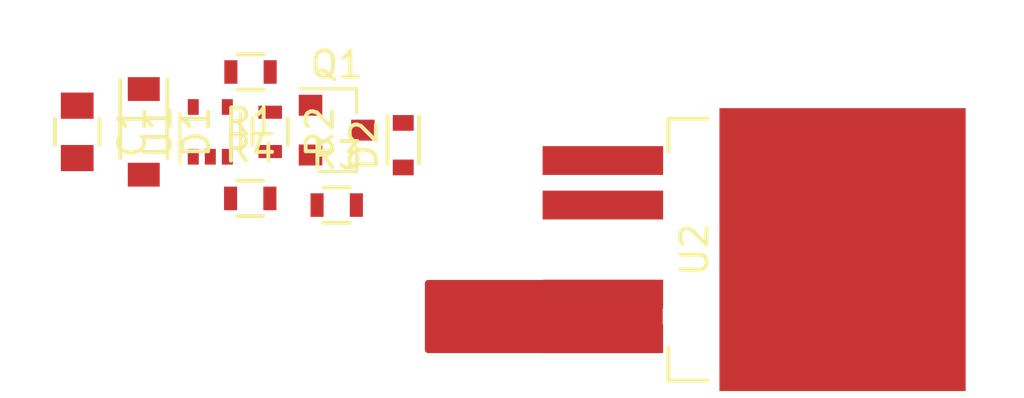
<source format=kicad_pcb>
(kicad_pcb (version 4) (host pcbnew 4.0.4+e1-6308~48~ubuntu16.04.1-stable)

  (general
    (links 17)
    (no_connects 17)
    (area 0 0 0 0)
    (thickness 1.6)
    (drawings 0)
    (tracks 0)
    (zones 0)
    (modules 10)
    (nets 9)
  )

  (page A4)
  (layers
    (0 F.Cu signal)
    (31 B.Cu signal)
    (32 B.Adhes user)
    (33 F.Adhes user)
    (34 B.Paste user)
    (35 F.Paste user)
    (36 B.SilkS user)
    (37 F.SilkS user)
    (38 B.Mask user)
    (39 F.Mask user)
    (40 Dwgs.User user)
    (41 Cmts.User user)
    (42 Eco1.User user)
    (43 Eco2.User user)
    (44 Edge.Cuts user)
    (45 Margin user)
    (46 B.CrtYd user)
    (47 F.CrtYd user)
    (48 B.Fab user)
    (49 F.Fab user)
  )

  (setup
    (last_trace_width 0.25)
    (trace_clearance 0.2)
    (zone_clearance 0.508)
    (zone_45_only no)
    (trace_min 0.2)
    (segment_width 0.2)
    (edge_width 0.1)
    (via_size 0.6)
    (via_drill 0.4)
    (via_min_size 0.4)
    (via_min_drill 0.3)
    (uvia_size 0.3)
    (uvia_drill 0.1)
    (uvias_allowed no)
    (uvia_min_size 0.2)
    (uvia_min_drill 0.1)
    (pcb_text_width 0.3)
    (pcb_text_size 1.5 1.5)
    (mod_edge_width 0.15)
    (mod_text_size 1 1)
    (mod_text_width 0.15)
    (pad_size 1.5 1.5)
    (pad_drill 0.6)
    (pad_to_mask_clearance 0)
    (aux_axis_origin 0 0)
    (visible_elements FFFCEF7F)
    (pcbplotparams
      (layerselection 0x00030_80000001)
      (usegerberextensions false)
      (excludeedgelayer true)
      (linewidth 0.100000)
      (plotframeref false)
      (viasonmask false)
      (mode 1)
      (useauxorigin false)
      (hpglpennumber 1)
      (hpglpenspeed 20)
      (hpglpendiameter 15)
      (hpglpenoverlay 2)
      (psnegative false)
      (psa4output false)
      (plotreference true)
      (plotvalue true)
      (plotinvisibletext false)
      (padsonsilk false)
      (subtractmaskfromsilk false)
      (outputformat 1)
      (mirror false)
      (drillshape 1)
      (scaleselection 1)
      (outputdirectory ""))
  )

  (net 0 "")
  (net 1 +3V3)
  (net 2 GND)
  (net 3 "Net-(D2-Pad1)")
  (net 4 "Net-(Q1-Pad1)")
  (net 5 "Net-(R1-Pad2)")
  (net 6 "Net-(R3-Pad1)")
  (net 7 /Power_Out)
  (net 8 +BATT)

  (net_class Default "This is the default net class."
    (clearance 0.2)
    (trace_width 0.25)
    (via_dia 0.6)
    (via_drill 0.4)
    (uvia_dia 0.3)
    (uvia_drill 0.1)
    (add_net +3V3)
    (add_net +BATT)
    (add_net /Power_Out)
    (add_net GND)
    (add_net "Net-(D2-Pad1)")
    (add_net "Net-(Q1-Pad1)")
    (add_net "Net-(R1-Pad2)")
    (add_net "Net-(R3-Pad1)")
  )

  (module TO_SOT_Packages_SMD:TO-263-5Lead (layer F.Cu) (tedit 58580C54) (tstamp 585806B1)
    (at 151.13 107.11)
    (descr "D2PAK / TO-263 3-lead smd package")
    (tags "D2PAK D2PAK-3 TO-263AB TO-263")
    (path /5857EC51)
    (attr smd)
    (fp_text reference U2 (at 3.5 0 90) (layer F.SilkS)
      (effects (font (size 1 1) (thickness 0.15)))
    )
    (fp_text value AUIPS7111S (at 15.25 -0.25 90) (layer F.Fab)
      (effects (font (size 1 1) (thickness 0.15)))
    )
    (fp_line (start 14.1 5.65) (end -2.55 5.65) (layer F.CrtYd) (width 0.05))
    (fp_line (start 14.1 -5.65) (end 14.1 5.65) (layer F.CrtYd) (width 0.05))
    (fp_line (start 14.1 -5.65) (end -2.55 -5.65) (layer F.CrtYd) (width 0.05))
    (fp_line (start -2.55 -5.65) (end -2.55 5.65) (layer F.CrtYd) (width 0.05))
    (fp_line (start 2.5 5) (end 2.5 3.75) (layer F.SilkS) (width 0.15))
    (fp_line (start 2.5 5) (end 4 5) (layer F.SilkS) (width 0.15))
    (fp_line (start 2.5 -5) (end 4 -5) (layer F.SilkS) (width 0.15))
    (fp_line (start 2.5 -5) (end 2.5 -3.75) (layer F.SilkS) (width 0.15))
    (pad 5 smd rect (at 0 3.4) (size 4.6 1.1) (layers F.Cu F.Paste F.Mask)
      (net 7 /Power_Out))
    (pad 4 smd rect (at 0 1.7) (size 4.6 1.1) (layers F.Cu F.Paste F.Mask)
      (net 7 /Power_Out))
    (pad 2 smd rect (at 0 -1.7) (size 4.6 1.1) (layers F.Cu F.Paste F.Mask)
      (net 6 "Net-(R3-Pad1)"))
    (pad 3 smd rect (at 9.15 0) (size 9.4 10.8) (layers F.Cu F.Paste F.Mask)
      (net 8 +BATT))
    (pad 1 smd rect (at 0 -3.4) (size 4.6 1.1) (layers F.Cu F.Paste F.Mask)
      (net 3 "Net-(D2-Pad1)"))
    (model TO_SOT_Packages_SMD.3dshapes/TO-263-5Lead.wrl
      (at (xyz 0 0 0))
      (scale (xyz 1 1 1))
      (rotate (xyz 0 0 90))
    )
  )

  (module Capacitors_SMD:C_0805 (layer F.Cu) (tedit 5415D6EA) (tstamp 58580673)
    (at 131.064 102.616 270)
    (descr "Capacitor SMD 0805, reflow soldering, AVX (see smccp.pdf)")
    (tags "capacitor 0805")
    (path /5857EC5B)
    (attr smd)
    (fp_text reference C1 (at 0 -2.1 270) (layer F.SilkS)
      (effects (font (size 1 1) (thickness 0.15)))
    )
    (fp_text value C (at 0 2.1 270) (layer F.Fab)
      (effects (font (size 1 1) (thickness 0.15)))
    )
    (fp_line (start -1 0.625) (end -1 -0.625) (layer F.Fab) (width 0.15))
    (fp_line (start 1 0.625) (end -1 0.625) (layer F.Fab) (width 0.15))
    (fp_line (start 1 -0.625) (end 1 0.625) (layer F.Fab) (width 0.15))
    (fp_line (start -1 -0.625) (end 1 -0.625) (layer F.Fab) (width 0.15))
    (fp_line (start -1.8 -1) (end 1.8 -1) (layer F.CrtYd) (width 0.05))
    (fp_line (start -1.8 1) (end 1.8 1) (layer F.CrtYd) (width 0.05))
    (fp_line (start -1.8 -1) (end -1.8 1) (layer F.CrtYd) (width 0.05))
    (fp_line (start 1.8 -1) (end 1.8 1) (layer F.CrtYd) (width 0.05))
    (fp_line (start 0.5 -0.85) (end -0.5 -0.85) (layer F.SilkS) (width 0.15))
    (fp_line (start -0.5 0.85) (end 0.5 0.85) (layer F.SilkS) (width 0.15))
    (pad 1 smd rect (at -1 0 270) (size 1 1.25) (layers F.Cu F.Paste F.Mask)
      (net 1 +3V3))
    (pad 2 smd rect (at 1 0 270) (size 1 1.25) (layers F.Cu F.Paste F.Mask)
      (net 2 GND))
    (model Capacitors_SMD.3dshapes/C_0805.wrl
      (at (xyz 0 0 0))
      (scale (xyz 1 1 1))
      (rotate (xyz 0 0 0))
    )
  )

  (module Diodes_SMD:SOD-123 (layer F.Cu) (tedit 5753A53E) (tstamp 58580679)
    (at 133.604 102.616 270)
    (descr SOD-123)
    (tags SOD-123)
    (path /5857EC5D)
    (attr smd)
    (fp_text reference D1 (at 0 -2 270) (layer F.SilkS)
      (effects (font (size 1 1) (thickness 0.15)))
    )
    (fp_text value 5V (at 0 2.1 270) (layer F.Fab)
      (effects (font (size 1 1) (thickness 0.15)))
    )
    (fp_line (start 0.25 0) (end 0.75 0) (layer F.Fab) (width 0.15))
    (fp_line (start 0.25 0.4) (end -0.35 0) (layer F.Fab) (width 0.15))
    (fp_line (start 0.25 -0.4) (end 0.25 0.4) (layer F.Fab) (width 0.15))
    (fp_line (start -0.35 0) (end 0.25 -0.4) (layer F.Fab) (width 0.15))
    (fp_line (start -0.35 0) (end -0.35 0.55) (layer F.Fab) (width 0.15))
    (fp_line (start -0.35 0) (end -0.35 -0.55) (layer F.Fab) (width 0.15))
    (fp_line (start -0.75 0) (end -0.35 0) (layer F.Fab) (width 0.15))
    (fp_line (start -1.35 0.8) (end -1.35 -0.8) (layer F.Fab) (width 0.15))
    (fp_line (start 1.35 0.8) (end -1.35 0.8) (layer F.Fab) (width 0.15))
    (fp_line (start 1.35 -0.8) (end 1.35 0.8) (layer F.Fab) (width 0.15))
    (fp_line (start -1.35 -0.8) (end 1.35 -0.8) (layer F.Fab) (width 0.15))
    (fp_line (start -2.25 -1.05) (end 2.25 -1.05) (layer F.CrtYd) (width 0.05))
    (fp_line (start 2.25 -1.05) (end 2.25 1.05) (layer F.CrtYd) (width 0.05))
    (fp_line (start 2.25 1.05) (end -2.25 1.05) (layer F.CrtYd) (width 0.05))
    (fp_line (start -2.25 -1.05) (end -2.25 1.05) (layer F.CrtYd) (width 0.05))
    (fp_line (start -2 0.9) (end 1 0.9) (layer F.SilkS) (width 0.15))
    (fp_line (start -2 -0.9) (end 1 -0.9) (layer F.SilkS) (width 0.15))
    (pad 1 smd rect (at -1.635 0 270) (size 0.91 1.22) (layers F.Cu F.Paste F.Mask)
      (net 1 +3V3))
    (pad 2 smd rect (at 1.635 0 270) (size 0.91 1.22) (layers F.Cu F.Paste F.Mask)
      (net 2 GND))
    (model ${KISYS3DMOD}/Diodes_SMD.3dshapes/SOD-123.wrl
      (at (xyz 0 0 0))
      (scale (xyz 1 1 1))
      (rotate (xyz 0 0 0))
    )
  )

  (module Diodes_SMD:D_0603 (layer F.Cu) (tedit 574BBA57) (tstamp 5858067F)
    (at 143.51 103.124 270)
    (descr "Diode SMD in 0603 package")
    (tags "smd diode")
    (path /5857EC56)
    (attr smd)
    (fp_text reference D2 (at 0 1.5 270) (layer F.SilkS)
      (effects (font (size 1 1) (thickness 0.15)))
    )
    (fp_text value D (at 0 -1.5 270) (layer F.Fab)
      (effects (font (size 1 1) (thickness 0.15)))
    )
    (fp_line (start 1.5 0.8) (end 1.5 -0.8) (layer F.CrtYd) (width 0.05))
    (fp_line (start -1.5 0.8) (end 1.5 0.8) (layer F.CrtYd) (width 0.05))
    (fp_line (start -1.5 -0.8) (end -1.5 0.8) (layer F.CrtYd) (width 0.05))
    (fp_line (start 1.5 -0.8) (end -1.5 -0.8) (layer F.CrtYd) (width 0.05))
    (fp_line (start 0.2 0) (end 0.4 0) (layer F.Fab) (width 0.15))
    (fp_line (start -0.1 0) (end -0.3 0) (layer F.Fab) (width 0.15))
    (fp_line (start -0.1 -0.2) (end -0.1 0.2) (layer F.Fab) (width 0.15))
    (fp_line (start 0.2 0.2) (end 0.2 -0.2) (layer F.Fab) (width 0.15))
    (fp_line (start -0.1 0) (end 0.2 0.2) (layer F.Fab) (width 0.15))
    (fp_line (start 0.2 -0.2) (end -0.1 0) (layer F.Fab) (width 0.15))
    (fp_line (start -0.8 0.5) (end -0.8 -0.5) (layer F.Fab) (width 0.15))
    (fp_line (start 0.8 0.5) (end -0.8 0.5) (layer F.Fab) (width 0.15))
    (fp_line (start 0.8 -0.5) (end 0.8 0.5) (layer F.Fab) (width 0.15))
    (fp_line (start -0.8 -0.5) (end 0.8 -0.5) (layer F.Fab) (width 0.15))
    (fp_line (start -1.1 0.6) (end 0.7 0.6) (layer F.SilkS) (width 0.15))
    (fp_line (start -1.1 -0.6) (end 0.7 -0.6) (layer F.SilkS) (width 0.15))
    (pad 1 smd rect (at -0.85 0 270) (size 0.6 0.8) (layers F.Cu F.Paste F.Mask)
      (net 3 "Net-(D2-Pad1)"))
    (pad 2 smd rect (at 0.85 0 270) (size 0.6 0.8) (layers F.Cu F.Paste F.Mask)
      (net 2 GND))
  )

  (module TO_SOT_Packages_SMD:SOT-23 (layer F.Cu) (tedit 583F39EB) (tstamp 58580686)
    (at 140.97 102.55)
    (descr "SOT-23, Standard")
    (tags SOT-23)
    (path /5857EC55)
    (attr smd)
    (fp_text reference Q1 (at 0 -2.5) (layer F.SilkS)
      (effects (font (size 1 1) (thickness 0.15)))
    )
    (fp_text value BC847CE6327HTSA1 (at 0 2.5) (layer F.Fab)
      (effects (font (size 1 1) (thickness 0.15)))
    )
    (fp_line (start 0.76 1.58) (end 0.76 0.65) (layer F.SilkS) (width 0.12))
    (fp_line (start 0.76 -1.58) (end 0.76 -0.65) (layer F.SilkS) (width 0.12))
    (fp_line (start 0.7 -1.52) (end 0.7 1.52) (layer F.Fab) (width 0.15))
    (fp_line (start -0.7 1.52) (end 0.7 1.52) (layer F.Fab) (width 0.15))
    (fp_line (start -1.7 -1.75) (end 1.7 -1.75) (layer F.CrtYd) (width 0.05))
    (fp_line (start 1.7 -1.75) (end 1.7 1.75) (layer F.CrtYd) (width 0.05))
    (fp_line (start 1.7 1.75) (end -1.7 1.75) (layer F.CrtYd) (width 0.05))
    (fp_line (start -1.7 1.75) (end -1.7 -1.75) (layer F.CrtYd) (width 0.05))
    (fp_line (start 0.76 -1.58) (end -1.4 -1.58) (layer F.SilkS) (width 0.12))
    (fp_line (start -0.7 -1.52) (end 0.7 -1.52) (layer F.Fab) (width 0.15))
    (fp_line (start -0.7 -1.52) (end -0.7 1.52) (layer F.Fab) (width 0.15))
    (fp_line (start 0.76 1.58) (end -0.7 1.58) (layer F.SilkS) (width 0.12))
    (pad 1 smd rect (at -1 -0.95) (size 0.9 0.8) (layers F.Cu F.Paste F.Mask)
      (net 4 "Net-(Q1-Pad1)"))
    (pad 2 smd rect (at -1 0.95) (size 0.9 0.8) (layers F.Cu F.Paste F.Mask)
      (net 2 GND))
    (pad 3 smd rect (at 1 0) (size 0.9 0.8) (layers F.Cu F.Paste F.Mask)
      (net 3 "Net-(D2-Pad1)"))
    (model TO_SOT_Packages_SMD.3dshapes/SOT-23.wrl
      (at (xyz 0 0 0))
      (scale (xyz 1 1 1))
      (rotate (xyz 0 0 90))
    )
  )

  (module Resistors_SMD:R_0603 (layer F.Cu) (tedit 58307A47) (tstamp 5858068C)
    (at 137.68 100.33 180)
    (descr "Resistor SMD 0603, reflow soldering, Vishay (see dcrcw.pdf)")
    (tags "resistor 0603")
    (path /5857EC53)
    (attr smd)
    (fp_text reference R1 (at 0 -1.9 180) (layer F.SilkS)
      (effects (font (size 1 1) (thickness 0.15)))
    )
    (fp_text value R (at 0 1.9 180) (layer F.Fab)
      (effects (font (size 1 1) (thickness 0.15)))
    )
    (fp_line (start -0.8 0.4) (end -0.8 -0.4) (layer F.Fab) (width 0.1))
    (fp_line (start 0.8 0.4) (end -0.8 0.4) (layer F.Fab) (width 0.1))
    (fp_line (start 0.8 -0.4) (end 0.8 0.4) (layer F.Fab) (width 0.1))
    (fp_line (start -0.8 -0.4) (end 0.8 -0.4) (layer F.Fab) (width 0.1))
    (fp_line (start -1.3 -0.8) (end 1.3 -0.8) (layer F.CrtYd) (width 0.05))
    (fp_line (start -1.3 0.8) (end 1.3 0.8) (layer F.CrtYd) (width 0.05))
    (fp_line (start -1.3 -0.8) (end -1.3 0.8) (layer F.CrtYd) (width 0.05))
    (fp_line (start 1.3 -0.8) (end 1.3 0.8) (layer F.CrtYd) (width 0.05))
    (fp_line (start 0.5 0.675) (end -0.5 0.675) (layer F.SilkS) (width 0.15))
    (fp_line (start -0.5 -0.675) (end 0.5 -0.675) (layer F.SilkS) (width 0.15))
    (pad 1 smd rect (at -0.75 0 180) (size 0.5 0.9) (layers F.Cu F.Paste F.Mask)
      (net 4 "Net-(Q1-Pad1)"))
    (pad 2 smd rect (at 0.75 0 180) (size 0.5 0.9) (layers F.Cu F.Paste F.Mask)
      (net 5 "Net-(R1-Pad2)"))
    (model Resistors_SMD.3dshapes/R_0603.wrl
      (at (xyz 0 0 0))
      (scale (xyz 1 1 1))
      (rotate (xyz 0 0 0))
    )
  )

  (module Resistors_SMD:R_0603 (layer F.Cu) (tedit 58307A47) (tstamp 58580692)
    (at 138.43 102.616 270)
    (descr "Resistor SMD 0603, reflow soldering, Vishay (see dcrcw.pdf)")
    (tags "resistor 0603")
    (path /5857EC52)
    (attr smd)
    (fp_text reference R2 (at 0 -1.9 270) (layer F.SilkS)
      (effects (font (size 1 1) (thickness 0.15)))
    )
    (fp_text value R (at 0 1.9 270) (layer F.Fab)
      (effects (font (size 1 1) (thickness 0.15)))
    )
    (fp_line (start -0.8 0.4) (end -0.8 -0.4) (layer F.Fab) (width 0.1))
    (fp_line (start 0.8 0.4) (end -0.8 0.4) (layer F.Fab) (width 0.1))
    (fp_line (start 0.8 -0.4) (end 0.8 0.4) (layer F.Fab) (width 0.1))
    (fp_line (start -0.8 -0.4) (end 0.8 -0.4) (layer F.Fab) (width 0.1))
    (fp_line (start -1.3 -0.8) (end 1.3 -0.8) (layer F.CrtYd) (width 0.05))
    (fp_line (start -1.3 0.8) (end 1.3 0.8) (layer F.CrtYd) (width 0.05))
    (fp_line (start -1.3 -0.8) (end -1.3 0.8) (layer F.CrtYd) (width 0.05))
    (fp_line (start 1.3 -0.8) (end 1.3 0.8) (layer F.CrtYd) (width 0.05))
    (fp_line (start 0.5 0.675) (end -0.5 0.675) (layer F.SilkS) (width 0.15))
    (fp_line (start -0.5 -0.675) (end 0.5 -0.675) (layer F.SilkS) (width 0.15))
    (pad 1 smd rect (at -0.75 0 270) (size 0.5 0.9) (layers F.Cu F.Paste F.Mask)
      (net 4 "Net-(Q1-Pad1)"))
    (pad 2 smd rect (at 0.75 0 270) (size 0.5 0.9) (layers F.Cu F.Paste F.Mask)
      (net 2 GND))
    (model Resistors_SMD.3dshapes/R_0603.wrl
      (at (xyz 0 0 0))
      (scale (xyz 1 1 1))
      (rotate (xyz 0 0 0))
    )
  )

  (module Resistors_SMD:R_0603 (layer F.Cu) (tedit 58307A47) (tstamp 58580698)
    (at 140.97 105.41)
    (descr "Resistor SMD 0603, reflow soldering, Vishay (see dcrcw.pdf)")
    (tags "resistor 0603")
    (path /5857EC57)
    (attr smd)
    (fp_text reference R3 (at 0 -1.9) (layer F.SilkS)
      (effects (font (size 1 1) (thickness 0.15)))
    )
    (fp_text value R (at 0 1.9) (layer F.Fab)
      (effects (font (size 1 1) (thickness 0.15)))
    )
    (fp_line (start -0.8 0.4) (end -0.8 -0.4) (layer F.Fab) (width 0.1))
    (fp_line (start 0.8 0.4) (end -0.8 0.4) (layer F.Fab) (width 0.1))
    (fp_line (start 0.8 -0.4) (end 0.8 0.4) (layer F.Fab) (width 0.1))
    (fp_line (start -0.8 -0.4) (end 0.8 -0.4) (layer F.Fab) (width 0.1))
    (fp_line (start -1.3 -0.8) (end 1.3 -0.8) (layer F.CrtYd) (width 0.05))
    (fp_line (start -1.3 0.8) (end 1.3 0.8) (layer F.CrtYd) (width 0.05))
    (fp_line (start -1.3 -0.8) (end -1.3 0.8) (layer F.CrtYd) (width 0.05))
    (fp_line (start 1.3 -0.8) (end 1.3 0.8) (layer F.CrtYd) (width 0.05))
    (fp_line (start 0.5 0.675) (end -0.5 0.675) (layer F.SilkS) (width 0.15))
    (fp_line (start -0.5 -0.675) (end 0.5 -0.675) (layer F.SilkS) (width 0.15))
    (pad 1 smd rect (at -0.75 0) (size 0.5 0.9) (layers F.Cu F.Paste F.Mask)
      (net 6 "Net-(R3-Pad1)"))
    (pad 2 smd rect (at 0.75 0) (size 0.5 0.9) (layers F.Cu F.Paste F.Mask))
    (model Resistors_SMD.3dshapes/R_0603.wrl
      (at (xyz 0 0 0))
      (scale (xyz 1 1 1))
      (rotate (xyz 0 0 0))
    )
  )

  (module Resistors_SMD:R_0603 (layer F.Cu) (tedit 58307A47) (tstamp 5858069E)
    (at 137.668 105.156)
    (descr "Resistor SMD 0603, reflow soldering, Vishay (see dcrcw.pdf)")
    (tags "resistor 0603")
    (path /5857EC54)
    (attr smd)
    (fp_text reference R4 (at 0 -1.9) (layer F.SilkS)
      (effects (font (size 1 1) (thickness 0.15)))
    )
    (fp_text value R (at 0 1.9) (layer F.Fab)
      (effects (font (size 1 1) (thickness 0.15)))
    )
    (fp_line (start -0.8 0.4) (end -0.8 -0.4) (layer F.Fab) (width 0.1))
    (fp_line (start 0.8 0.4) (end -0.8 0.4) (layer F.Fab) (width 0.1))
    (fp_line (start 0.8 -0.4) (end 0.8 0.4) (layer F.Fab) (width 0.1))
    (fp_line (start -0.8 -0.4) (end 0.8 -0.4) (layer F.Fab) (width 0.1))
    (fp_line (start -1.3 -0.8) (end 1.3 -0.8) (layer F.CrtYd) (width 0.05))
    (fp_line (start -1.3 0.8) (end 1.3 0.8) (layer F.CrtYd) (width 0.05))
    (fp_line (start -1.3 -0.8) (end -1.3 0.8) (layer F.CrtYd) (width 0.05))
    (fp_line (start 1.3 -0.8) (end 1.3 0.8) (layer F.CrtYd) (width 0.05))
    (fp_line (start 0.5 0.675) (end -0.5 0.675) (layer F.SilkS) (width 0.15))
    (fp_line (start -0.5 -0.675) (end 0.5 -0.675) (layer F.SilkS) (width 0.15))
    (pad 1 smd rect (at -0.75 0) (size 0.5 0.9) (layers F.Cu F.Paste F.Mask)
      (net 2 GND))
    (pad 2 smd rect (at 0.75 0) (size 0.5 0.9) (layers F.Cu F.Paste F.Mask)
      (net 6 "Net-(R3-Pad1)"))
    (model Resistors_SMD.3dshapes/R_0603.wrl
      (at (xyz 0 0 0))
      (scale (xyz 1 1 1))
      (rotate (xyz 0 0 0))
    )
  )

  (module TO_SOT_Packages_SMD:SOT-353 (layer F.Cu) (tedit 583F3CBD) (tstamp 585806A7)
    (at 136.144 102.616 90)
    (descr SOT353)
    (path /5857EC5C)
    (attr smd)
    (fp_text reference U1 (at 0 -2 90) (layer F.SilkS)
      (effects (font (size 1 1) (thickness 0.15)))
    )
    (fp_text value 74LVC1G08 (at 0 2.25 270) (layer F.Fab)
      (effects (font (size 1 1) (thickness 0.15)))
    )
    (fp_line (start 0.7 -1.16) (end -1.2 -1.16) (layer F.SilkS) (width 0.12))
    (fp_line (start -0.7 1.16) (end 0.7 1.16) (layer F.SilkS) (width 0.12))
    (fp_line (start 1.5 1.35) (end 1.5 -1.35) (layer F.CrtYd) (width 0.05))
    (fp_line (start -1.5 -1.35) (end -1.5 1.35) (layer F.CrtYd) (width 0.05))
    (fp_line (start -1.5 -1.35) (end 1.5 -1.35) (layer F.CrtYd) (width 0.05))
    (fp_line (start 0.675 -1.1) (end -0.675 -1.1) (layer F.Fab) (width 0.15))
    (fp_line (start -0.675 -1.1) (end -0.675 1.1) (layer F.Fab) (width 0.15))
    (fp_line (start -1.5 1.35) (end 1.5 1.35) (layer F.CrtYd) (width 0.05))
    (fp_line (start 0.675 -1.1) (end 0.675 1.1) (layer F.Fab) (width 0.15))
    (fp_line (start 0.675 1.1) (end -0.675 1.1) (layer F.Fab) (width 0.15))
    (pad 1 smd rect (at -0.95 -0.65 90) (size 0.6 0.42) (layers F.Cu F.Paste F.Mask))
    (pad 3 smd rect (at -0.95 0.65 90) (size 0.6 0.42) (layers F.Cu F.Paste F.Mask)
      (net 2 GND))
    (pad 5 smd rect (at 0.95 -0.65 90) (size 0.6 0.42) (layers F.Cu F.Paste F.Mask)
      (net 1 +3V3))
    (pad 2 smd rect (at -0.95 0 90) (size 0.6 0.42) (layers F.Cu F.Paste F.Mask))
    (pad 4 smd rect (at 0.95 0.65 90) (size 0.6 0.42) (layers F.Cu F.Paste F.Mask)
      (net 5 "Net-(R1-Pad2)"))
    (model TO_SOT_Packages_SMD.3dshapes/SOT-353.wrl
      (at (xyz 0 0 0))
      (scale (xyz 0.07000000000000001 0.09 0.08))
      (rotate (xyz 0 0 90))
    )
  )

  (zone (net 7) (net_name /Power_Out) (layer F.Cu) (tstamp 0) (hatch edge 0.508)
    (connect_pads yes (clearance 0.508))
    (min_thickness 0.254)
    (fill yes (arc_segments 16) (thermal_gap 0.508) (thermal_bridge_width 0.508))
    (polygon
      (pts
        (xy 153.416 108.2675) (xy 153.416 111.0615) (xy 144.3355 111.0615) (xy 144.3355 108.2675)
      )
    )
    (filled_polygon
      (pts
        (xy 153.289 110.9345) (xy 144.4625 110.9345) (xy 144.4625 108.3945) (xy 153.289 108.3945)
      )
    )
  )
)

</source>
